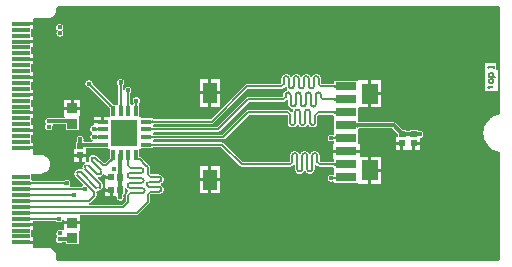
<source format=gtl>
G04*
G04 #@! TF.GenerationSoftware,Altium Limited,Altium Designer,21.1.0 (24)*
G04*
G04 Layer_Physical_Order=1*
G04 Layer_Color=255*
%FSLAX44Y44*%
%MOMM*%
G71*
G04*
G04 #@! TF.SameCoordinates,8E971300-D6CB-4BFE-A36B-9E0936113F83*
G04*
G04*
G04 #@! TF.FilePolarity,Positive*
G04*
G01*
G75*
%ADD12C,0.1500*%
%ADD13R,0.9000X0.8500*%
%ADD14R,1.4000X1.8000*%
%ADD15R,1.2000X1.8000*%
%ADD16R,1.8000X0.8000*%
%ADD17R,2.2300X2.2300*%
%ADD18R,0.9500X0.3500*%
%ADD19R,0.3500X0.9500*%
%ADD20R,0.5200X0.5600*%
%ADD21R,0.5600X0.5200*%
%ADD22R,1.5000X0.3500*%
%ADD30C,0.1717*%
%ADD31C,0.3000*%
%ADD32C,0.4000*%
G36*
X417961Y256531D02*
Y165879D01*
X415538Y165397D01*
X415353Y165320D01*
X415156Y165281D01*
X412620Y164231D01*
X412453Y164119D01*
X412268Y164042D01*
X409986Y162518D01*
X409844Y162376D01*
X409677Y162264D01*
X407736Y160323D01*
X407625Y160156D01*
X407482Y160014D01*
X405958Y157732D01*
X405881Y157547D01*
X405769Y157380D01*
X404719Y154844D01*
X404680Y154647D01*
X404603Y154462D01*
X404067Y151770D01*
Y151619D01*
X404031Y151472D01*
X403963Y150100D01*
X403978Y150000D01*
X403963Y149900D01*
X404031Y148528D01*
X404067Y148381D01*
Y148230D01*
X404603Y145538D01*
X404680Y145353D01*
X404719Y145156D01*
X405769Y142620D01*
X405881Y142453D01*
X405957Y142268D01*
X407482Y139986D01*
X407624Y139844D01*
X407736Y139677D01*
X409676Y137736D01*
X409843Y137624D01*
X409985Y137482D01*
X412267Y135958D01*
X412453Y135881D01*
X412620Y135769D01*
X415155Y134719D01*
X415352Y134680D01*
X415538Y134603D01*
X417961Y134121D01*
Y43345D01*
X416655Y42039D01*
X43345D01*
X42039Y43345D01*
Y45750D01*
X42019Y45849D01*
X42029Y45950D01*
X41933Y46925D01*
X41846Y47212D01*
X41788Y47506D01*
X41041Y49308D01*
X40599Y49970D01*
X39220Y51349D01*
X39220Y51349D01*
X38558Y51791D01*
X36756Y52538D01*
X36462Y52596D01*
X36175Y52683D01*
X35200Y52779D01*
X35099Y52769D01*
X35000Y52789D01*
X23636D01*
X22540Y53210D01*
X22540Y54059D01*
Y56230D01*
X12500D01*
Y58770D01*
X22540D01*
Y61790D01*
X21000D01*
Y68210D01*
X22540D01*
Y71230D01*
X12500D01*
Y73770D01*
X22540D01*
Y75605D01*
X41775D01*
X41883Y75589D01*
X41984Y75567D01*
X42071Y75541D01*
X42143Y75513D01*
X42203Y75483D01*
X42253Y75453D01*
X42296Y75420D01*
X42370Y75351D01*
X42439Y75310D01*
X42649Y75100D01*
X43333Y74705D01*
X44096Y74500D01*
X44886D01*
X45649Y74705D01*
X46333Y75100D01*
X46891Y75658D01*
X47286Y76342D01*
X47338Y76534D01*
X48608Y76367D01*
Y75363D01*
X62688D01*
Y80605D01*
X110500D01*
X111225Y80750D01*
X111840Y81160D01*
X121340Y90660D01*
X121750Y91275D01*
X121895Y92000D01*
Y97234D01*
X122091Y98281D01*
X123138Y98477D01*
X129258D01*
X129287Y98483D01*
X130298Y98616D01*
X131268Y99018D01*
X132101Y99657D01*
X132740Y100490D01*
X133142Y101460D01*
X133279Y102500D01*
X133142Y103541D01*
X132740Y104511D01*
X132101Y105344D01*
X131268Y105983D01*
X131058Y106070D01*
Y107444D01*
X131268Y107531D01*
X132101Y108170D01*
X132740Y109003D01*
X133142Y109973D01*
X133279Y111014D01*
X133142Y112055D01*
X132740Y113024D01*
X132101Y113857D01*
X131268Y114496D01*
X130298Y114898D01*
X129287Y115031D01*
X129258Y115037D01*
X123138D01*
X122091Y115234D01*
X121895Y116280D01*
Y121000D01*
X121750Y121725D01*
X121340Y122340D01*
X114269Y129410D01*
X113654Y129821D01*
X112929Y129965D01*
X112500D01*
Y136310D01*
X113690D01*
Y137500D01*
X124150D01*
Y138309D01*
X124178Y138317D01*
X124347Y138345D01*
X124462Y138355D01*
X181965D01*
X198160Y122160D01*
X198775Y121749D01*
X199500Y121605D01*
X239918D01*
X239948Y121611D01*
X240959Y121744D01*
X241929Y122146D01*
X242762Y122785D01*
X243139Y123276D01*
X244409Y122846D01*
Y119654D01*
X244415Y119625D01*
X244548Y118614D01*
X244949Y117644D01*
X245588Y116811D01*
X246421Y116172D01*
X247391Y115770D01*
X248432Y115633D01*
X249473Y115770D01*
X250442Y116172D01*
X251275Y116811D01*
X251914Y117644D01*
X252001Y117854D01*
X253376D01*
X253463Y117644D01*
X254102Y116811D01*
X254935Y116172D01*
X255905Y115770D01*
X256945Y115633D01*
X257986Y115770D01*
X258956Y116172D01*
X259789Y116811D01*
X260428Y117644D01*
X260829Y118614D01*
X260963Y119625D01*
X260968Y119654D01*
Y122846D01*
X262238Y123276D01*
X262615Y122785D01*
X263448Y122146D01*
X264418Y121744D01*
X265429Y121611D01*
X265459Y121605D01*
X276497D01*
X277750Y120461D01*
Y118770D01*
X277750Y118500D01*
Y117500D01*
X277750Y117230D01*
Y115289D01*
X277491Y115036D01*
X276480Y114610D01*
X276158Y114796D01*
X275395Y115000D01*
X274605D01*
X273842Y114796D01*
X273158Y114401D01*
X272599Y113842D01*
X272204Y113158D01*
X272000Y112395D01*
Y111605D01*
X272204Y110842D01*
X272599Y110158D01*
X273158Y109599D01*
X273842Y109205D01*
X274605Y109000D01*
X275395D01*
X276158Y109205D01*
X276480Y109390D01*
X277491Y108964D01*
X277750Y108711D01*
Y107500D01*
X297164Y107500D01*
X298210Y106960D01*
X298796Y106960D01*
X306480D01*
Y118500D01*
Y130040D01*
X299290D01*
Y133230D01*
X276210D01*
Y127960D01*
X277750D01*
Y125436D01*
X277742Y125434D01*
X277566Y125405D01*
X277446Y125395D01*
X266468D01*
X265422Y125591D01*
X265225Y126638D01*
Y130872D01*
X265219Y130901D01*
X265086Y131912D01*
X264684Y132882D01*
X264045Y133715D01*
X263213Y134354D01*
X262243Y134756D01*
X261202Y134893D01*
X260161Y134756D01*
X259191Y134354D01*
X258359Y133715D01*
X257720Y132882D01*
X257633Y132672D01*
X256258D01*
X256171Y132882D01*
X255532Y133715D01*
X254699Y134354D01*
X253729Y134756D01*
X252689Y134893D01*
X251648Y134756D01*
X250678Y134354D01*
X249845Y133715D01*
X249206Y132882D01*
X249119Y132672D01*
X247745D01*
X247658Y132882D01*
X247019Y133715D01*
X246186Y134354D01*
X245216Y134756D01*
X244175Y134893D01*
X243134Y134756D01*
X242164Y134354D01*
X241332Y133715D01*
X240693Y132882D01*
X240291Y131912D01*
X240158Y130901D01*
X240152Y130872D01*
Y126638D01*
X239955Y125591D01*
X238909Y125395D01*
X200285D01*
X184090Y141590D01*
X183475Y142001D01*
X182750Y142145D01*
X125066D01*
X124150Y143000D01*
Y143714D01*
X125066Y144855D01*
X183750D01*
X184475Y145000D01*
X185090Y145410D01*
X205285Y165605D01*
X237106D01*
X238152Y165409D01*
X238349Y164362D01*
Y158885D01*
X238355Y158855D01*
X238488Y157844D01*
X238890Y156874D01*
X239529Y156041D01*
X240361Y155402D01*
X241331Y155001D01*
X242372Y154864D01*
X243413Y155001D01*
X244382Y155402D01*
X245215Y156041D01*
X245854Y156874D01*
X245941Y157084D01*
X247316D01*
X247403Y156874D01*
X248042Y156041D01*
X248875Y155402D01*
X249845Y155001D01*
X250885Y154864D01*
X251926Y155001D01*
X252896Y155402D01*
X253729Y156041D01*
X254368Y156874D01*
X254455Y157084D01*
X255830D01*
X255917Y156874D01*
X256556Y156041D01*
X257388Y155402D01*
X258358Y155001D01*
X259399Y154864D01*
X260440Y155001D01*
X261409Y155402D01*
X262242Y156041D01*
X262881Y156874D01*
X263283Y157844D01*
X263416Y158855D01*
X263422Y158885D01*
Y164362D01*
X263619Y165409D01*
X264665Y165605D01*
X276497D01*
X277750Y164461D01*
Y162770D01*
X277750Y162500D01*
Y161500D01*
X277750Y161230D01*
Y151770D01*
X277750Y151500D01*
Y150500D01*
X277750Y150230D01*
Y149289D01*
X277491Y149036D01*
X276480Y148610D01*
X276158Y148795D01*
X275395Y149000D01*
X274605D01*
X273842Y148795D01*
X273158Y148401D01*
X272599Y147842D01*
X272204Y147158D01*
X272000Y146395D01*
Y145605D01*
X272204Y144842D01*
X272599Y144158D01*
X273158Y143599D01*
X273842Y143204D01*
X274605Y143000D01*
X275395D01*
X276158Y143204D01*
X276480Y143390D01*
X277491Y142964D01*
X277750Y142711D01*
Y141040D01*
X276210D01*
Y135770D01*
X299290D01*
Y141040D01*
X297750D01*
Y150230D01*
X297750Y150500D01*
Y151500D01*
X297750Y151770D01*
Y153550D01*
X297751Y153559D01*
X297759Y153581D01*
X297771Y153600D01*
X297818Y153643D01*
X297931Y153712D01*
X298126Y153792D01*
X298406Y153868D01*
X298768Y153928D01*
X299032Y153951D01*
X326794D01*
X330115Y150630D01*
X330639Y150065D01*
X331019Y149591D01*
X331313Y149168D01*
X331400Y149016D01*
Y146690D01*
X329860D01*
Y142620D01*
X335000D01*
Y141350D01*
X336270D01*
Y136010D01*
X340140D01*
Y136110D01*
X343730D01*
Y141450D01*
X345000D01*
Y142720D01*
X350140D01*
Y146000D01*
X350395D01*
X351158Y146205D01*
X351842Y146599D01*
X352401Y147158D01*
X352796Y147842D01*
X353000Y148605D01*
Y149395D01*
X352796Y150158D01*
X352401Y150842D01*
X351842Y151401D01*
X351158Y151796D01*
X350395Y152000D01*
X349605D01*
X348600Y152850D01*
Y152850D01*
X341400D01*
Y151904D01*
X341291Y151850D01*
X341080Y151780D01*
X340799Y151718D01*
X340118Y151649D01*
X339830D01*
X339603Y151667D01*
X339231Y151721D01*
X338941Y151790D01*
X338736Y151864D01*
X338619Y151927D01*
X338600Y151942D01*
Y152950D01*
X335334D01*
X335182Y153037D01*
X334771Y153323D01*
X333869Y154086D01*
X329652Y158302D01*
X328825Y158855D01*
X327850Y159049D01*
X299032D01*
X298768Y159072D01*
X298406Y159132D01*
X298126Y159208D01*
X297931Y159288D01*
X297818Y159357D01*
X297771Y159401D01*
X297759Y159419D01*
X297751Y159441D01*
X297750Y159450D01*
Y161230D01*
X297750Y161500D01*
Y162500D01*
X297750Y162770D01*
Y170881D01*
X298210Y171960D01*
X299020Y171960D01*
X306480D01*
Y183500D01*
Y195040D01*
X298796D01*
X298210Y195040D01*
X297164Y194500D01*
X296940Y194500D01*
X277750D01*
Y191436D01*
X277742Y191434D01*
X277566Y191405D01*
X277446Y191395D01*
X267780D01*
X266734Y191591D01*
X266537Y192638D01*
Y196080D01*
X266531Y196109D01*
X266398Y197120D01*
X265996Y198090D01*
X265357Y198923D01*
X264525Y199562D01*
X263555Y199964D01*
X262514Y200101D01*
X261473Y199964D01*
X260504Y199562D01*
X259671Y198923D01*
X259032Y198090D01*
X258945Y197880D01*
X257570D01*
X257483Y198090D01*
X256844Y198923D01*
X256011Y199562D01*
X255041Y199964D01*
X254001Y200101D01*
X252960Y199964D01*
X251990Y199562D01*
X251157Y198923D01*
X250518Y198090D01*
X250431Y197880D01*
X249057D01*
X248970Y198090D01*
X248330Y198923D01*
X247498Y199562D01*
X246528Y199964D01*
X245487Y200101D01*
X244447Y199964D01*
X243477Y199562D01*
X242644Y198923D01*
X242005Y198090D01*
X241918Y197880D01*
X240543D01*
X240456Y198090D01*
X239817Y198923D01*
X238984Y199562D01*
X238015Y199964D01*
X236974Y200101D01*
X235933Y199964D01*
X234963Y199562D01*
X234130Y198923D01*
X233491Y198090D01*
X233090Y197120D01*
X232957Y196109D01*
X232951Y196080D01*
Y192638D01*
X232754Y191591D01*
X231708Y191395D01*
X203500D01*
X202775Y191250D01*
X202160Y190840D01*
X172965Y161645D01*
X124462D01*
X124347Y161655D01*
X124178Y161683D01*
X124150Y161691D01*
Y162500D01*
X113690D01*
Y163690D01*
X112500D01*
Y174151D01*
X112500Y174151D01*
X112163Y175420D01*
X112401Y175658D01*
X112796Y176342D01*
X113000Y177105D01*
Y177895D01*
X112796Y178658D01*
X112401Y179342D01*
X111842Y179901D01*
X111158Y180296D01*
X110395Y180500D01*
X109605D01*
X108842Y180296D01*
X108158Y179901D01*
X107599Y179342D01*
X107205Y178658D01*
X107000Y177895D01*
Y177105D01*
X107205Y176342D01*
X107599Y175658D01*
X107837Y175420D01*
X107785Y175095D01*
X107000Y174151D01*
X106264D01*
X104994Y174788D01*
Y184195D01*
X105349Y184550D01*
X105744Y185234D01*
X105948Y185997D01*
Y186786D01*
X105744Y187549D01*
X105349Y188234D01*
X104791Y188792D01*
X104107Y189187D01*
X103343Y189392D01*
X102554D01*
X101791Y189187D01*
X101107Y188792D01*
X100548Y188234D01*
X100153Y187549D01*
X99949Y186786D01*
X98698Y186834D01*
Y190158D01*
X98715Y190265D01*
X98737Y190363D01*
X98762Y190446D01*
X98790Y190514D01*
X98819Y190570D01*
X98848Y190616D01*
X98879Y190656D01*
X98949Y190727D01*
X98996Y190800D01*
X99257Y191061D01*
X99653Y191745D01*
X99857Y192508D01*
Y193298D01*
X99653Y194061D01*
X99257Y194745D01*
X98699Y195304D01*
X98015Y195699D01*
X97252Y195903D01*
X96462D01*
X95699Y195699D01*
X95015Y195304D01*
X94456Y194745D01*
X94061Y194061D01*
X93857Y193298D01*
Y192508D01*
X94061Y191745D01*
X94456Y191061D01*
X94620Y190898D01*
X94653Y190840D01*
X94721Y190763D01*
X94754Y190717D01*
X94786Y190663D01*
X94816Y190599D01*
X94845Y190522D01*
X94871Y190432D01*
X94893Y190328D01*
X94909Y190220D01*
Y175023D01*
X94000Y174151D01*
X93000D01*
Y174151D01*
X90297D01*
X90145Y174258D01*
X89657Y174673D01*
X73169Y191161D01*
X73109Y191245D01*
X73063Y191322D01*
X73031Y191388D01*
X73010Y191442D01*
X72998Y191488D01*
X72993Y191526D01*
X72991Y191561D01*
X72993Y191578D01*
X73000Y191605D01*
Y192395D01*
X72796Y193158D01*
X72401Y193842D01*
X71842Y194401D01*
X71158Y194795D01*
X70395Y195000D01*
X69605D01*
X68842Y194795D01*
X68158Y194401D01*
X67599Y193842D01*
X67204Y193158D01*
X67000Y192395D01*
Y191605D01*
X67204Y190842D01*
X67599Y190158D01*
X68158Y189599D01*
X68842Y189204D01*
X69605Y189000D01*
X69651D01*
X69717Y188989D01*
X69781Y188974D01*
X69851Y188950D01*
X69928Y188917D01*
X70012Y188874D01*
X70103Y188820D01*
X70188Y188761D01*
X70314Y188657D01*
X86903Y172068D01*
X87183Y171767D01*
X87385Y171516D01*
X87500Y171353D01*
Y164040D01*
X82870D01*
Y159750D01*
X81600D01*
Y158480D01*
X74310D01*
Y156451D01*
X73562D01*
X72800Y156247D01*
X72116Y155852D01*
X71557Y155293D01*
X71162Y154609D01*
X70957Y153846D01*
Y153056D01*
X71162Y152293D01*
X71557Y151609D01*
X72116Y151051D01*
X72617Y150761D01*
X72630Y150729D01*
X72723Y150033D01*
X72642Y149383D01*
X72387Y149236D01*
X71829Y148677D01*
X71434Y147993D01*
X71229Y147230D01*
Y146440D01*
X71434Y145677D01*
X71829Y144993D01*
X72387Y144435D01*
X73071Y144040D01*
X72795Y142799D01*
X66123D01*
X65738Y143284D01*
X65356Y144069D01*
X65500Y144605D01*
Y145395D01*
X65296Y146158D01*
X64901Y146842D01*
X64342Y147401D01*
X63658Y147795D01*
X62895Y148000D01*
X62105D01*
X61342Y147795D01*
X60658Y147401D01*
X60099Y146842D01*
X59704Y146158D01*
X59500Y145395D01*
Y144605D01*
X59670Y143970D01*
X59607Y143685D01*
X58998Y142700D01*
X58900D01*
Y136440D01*
X57360D01*
Y132370D01*
X67640D01*
Y136440D01*
X67640D01*
X67662Y137701D01*
X75477D01*
X75753Y137696D01*
X75850Y137689D01*
Y137500D01*
X86310D01*
Y136310D01*
X87500D01*
Y128647D01*
X87393Y128495D01*
X86978Y128007D01*
X83877Y124906D01*
X83810Y124861D01*
X82196Y124868D01*
X82130Y124914D01*
X76779Y130362D01*
X76761Y130374D01*
X76752Y130386D01*
X75919Y131025D01*
X74949Y131427D01*
X73909Y131564D01*
X72868Y131427D01*
X72080Y131101D01*
X71898Y131025D01*
X71092Y130411D01*
X71077Y130401D01*
X71071Y130392D01*
X71065Y130386D01*
X70429Y129557D01*
X70426Y129553D01*
X70378Y129437D01*
X70024Y128584D01*
X69887Y127543D01*
X70024Y126502D01*
X70081Y126365D01*
X69314Y125197D01*
X68397Y125124D01*
X68270Y125231D01*
X67640Y126165D01*
Y129830D01*
X63770D01*
Y125760D01*
X66268D01*
X66520Y124490D01*
X66423Y124450D01*
X65658Y123863D01*
X65602Y123826D01*
X65595Y123814D01*
X65590Y123811D01*
X65549Y123757D01*
X65511Y123727D01*
X65466Y123649D01*
X64951Y122978D01*
X64550Y122008D01*
X64413Y120967D01*
X64526Y120106D01*
X64242Y119726D01*
X63468Y119220D01*
X62802Y119496D01*
X61761Y119633D01*
X60720Y119496D01*
X59932Y119169D01*
X59750Y119094D01*
X58944Y118479D01*
X58944Y118479D01*
X58930Y118470D01*
X58923Y118460D01*
X58918Y118455D01*
X58279Y117622D01*
X57877Y116652D01*
X57740Y115611D01*
X57877Y114571D01*
X58279Y113601D01*
X58843Y112866D01*
X58891Y112792D01*
X65012Y106560D01*
X65041Y106192D01*
X64720Y105045D01*
X64429Y104877D01*
X63935Y104383D01*
X54280D01*
X53754Y105653D01*
X53759Y105658D01*
X54154Y106342D01*
X54358Y107105D01*
Y107895D01*
X54154Y108658D01*
X53759Y109342D01*
X53200Y109901D01*
X52516Y110296D01*
X51753Y110500D01*
X50963D01*
X50200Y110296D01*
X49516Y109901D01*
X49306Y109691D01*
X49238Y109649D01*
X49163Y109580D01*
X49121Y109548D01*
X49071Y109517D01*
X49010Y109487D01*
X48938Y109459D01*
X48852Y109433D01*
X48750Y109411D01*
X48642Y109395D01*
X22253D01*
X21000Y110539D01*
X21000Y115250D01*
X22079Y115711D01*
X29000D01*
X29099Y115731D01*
X29200Y115721D01*
X30370Y115836D01*
X30657Y115923D01*
X30951Y115981D01*
X33114Y116877D01*
X33775Y117319D01*
X35431Y118975D01*
X35873Y119636D01*
X36769Y121799D01*
X36827Y122093D01*
X36914Y122380D01*
X37029Y123550D01*
X37010Y123750D01*
X37029Y123950D01*
X36914Y125120D01*
X36827Y125407D01*
X36769Y125701D01*
X35873Y127864D01*
X35431Y128525D01*
X33775Y130181D01*
X33114Y130623D01*
X30951Y131519D01*
X30657Y131577D01*
X30370Y131664D01*
X29200Y131779D01*
X29099Y131769D01*
X29000Y131789D01*
X22547D01*
X22540Y133210D01*
Y136230D01*
X12500D01*
Y138770D01*
X22540D01*
Y141790D01*
X21000D01*
Y148210D01*
X22540D01*
Y151230D01*
X12500D01*
Y153770D01*
X22540D01*
Y156790D01*
X21000D01*
Y163210D01*
X22540D01*
Y166230D01*
X12500D01*
Y168770D01*
X22540D01*
Y171790D01*
X21000D01*
Y178210D01*
X22540D01*
Y181230D01*
X12500D01*
Y183770D01*
X22540D01*
Y186790D01*
X21000D01*
Y193210D01*
X22540D01*
Y196230D01*
X12500D01*
Y198770D01*
X22540D01*
Y201790D01*
X21000D01*
Y208210D01*
X22540D01*
Y211230D01*
X12500D01*
Y213770D01*
X22540D01*
Y216790D01*
X21000D01*
Y223210D01*
X22540D01*
Y226230D01*
X12500D01*
Y228770D01*
X22540D01*
Y231790D01*
X21000D01*
Y238210D01*
X22540D01*
Y241230D01*
X12500D01*
Y243770D01*
X22540D01*
Y246790D01*
X23636Y247211D01*
X35000D01*
X35099Y247231D01*
X35200Y247221D01*
X36175Y247317D01*
X36462Y247404D01*
X36756Y247462D01*
X38558Y248209D01*
X38558Y248209D01*
X39220Y248651D01*
X39220Y248651D01*
X40599Y250030D01*
X40599Y250030D01*
X41041Y250692D01*
X41041Y250692D01*
X41788Y252494D01*
X41846Y252788D01*
X41933Y253074D01*
X42029Y254050D01*
X42019Y254151D01*
X42039Y254250D01*
Y256337D01*
X43402Y257836D01*
X416655D01*
X417961Y256531D01*
D02*
G37*
G36*
X98218Y191438D02*
X98112Y191329D01*
X98018Y191210D01*
X97935Y191080D01*
X97862Y190940D01*
X97801Y190788D01*
X97751Y190626D01*
X97712Y190454D01*
X97684Y190271D01*
X97667Y190077D01*
X97662Y189872D01*
X95945Y189923D01*
X95940Y190127D01*
X95924Y190322D01*
X95898Y190506D01*
X95861Y190680D01*
X95814Y190844D01*
X95756Y190998D01*
X95687Y191141D01*
X95609Y191275D01*
X95519Y191399D01*
X95419Y191513D01*
X98218Y191438D01*
D02*
G37*
G36*
X71970Y191583D02*
X71976Y191433D01*
X71998Y191283D01*
X72037Y191134D01*
X72093Y190984D01*
X72166Y190835D01*
X72256Y190685D01*
X72363Y190536D01*
X72487Y190386D01*
X72627Y190237D01*
X71245Y189191D01*
X71098Y189332D01*
X70803Y189575D01*
X70656Y189677D01*
X70508Y189765D01*
X70361Y189841D01*
X70214Y189904D01*
X70067Y189953D01*
X69920Y189990D01*
X69773Y190013D01*
X71982Y191733D01*
X71970Y191583D01*
D02*
G37*
G36*
X278811Y187783D02*
X278794Y187946D01*
X278741Y188092D01*
X278654Y188221D01*
X278531Y188333D01*
X278374Y188427D01*
X278182Y188504D01*
X277955Y188564D01*
X277693Y188607D01*
X277396Y188633D01*
X277064Y188642D01*
Y190358D01*
X277396Y190367D01*
X277693Y190393D01*
X277955Y190436D01*
X278182Y190496D01*
X278374Y190573D01*
X278531Y190667D01*
X278654Y190779D01*
X278741Y190908D01*
X278794Y191054D01*
X278811Y191217D01*
Y187783D01*
D02*
G37*
G36*
Y176783D02*
X278794Y176946D01*
X278741Y177092D01*
X278654Y177221D01*
X278531Y177333D01*
X278374Y177427D01*
X278182Y177504D01*
X277955Y177564D01*
X277693Y177607D01*
X277396Y177633D01*
X277064Y177642D01*
Y179358D01*
X277396Y179367D01*
X277693Y179393D01*
X277955Y179436D01*
X278182Y179496D01*
X278374Y179573D01*
X278531Y179667D01*
X278654Y179779D01*
X278741Y179908D01*
X278794Y180054D01*
X278811Y180217D01*
Y176783D01*
D02*
G37*
G36*
X97670Y174510D02*
X97694Y174219D01*
X97734Y173961D01*
X97791Y173738D01*
X97864Y173549D01*
X97953Y173395D01*
X98058Y173274D01*
X98179Y173189D01*
X98316Y173137D01*
X98469Y173120D01*
X95087Y173090D01*
X95250Y173108D01*
X95396Y173162D01*
X95525Y173250D01*
X95636Y173373D01*
X95730Y173530D01*
X95808Y173722D01*
X95868Y173949D01*
X95911Y174210D01*
X95936Y174506D01*
X95945Y174837D01*
X97662D01*
X97670Y174510D01*
D02*
G37*
G36*
X88885Y173991D02*
X89520Y173451D01*
X89800Y173253D01*
X90056Y173105D01*
X90286Y173005D01*
X90491Y172953D01*
X90672Y172950D01*
X90828Y172995D01*
X90958Y173090D01*
X88561Y170692D01*
X88655Y170823D01*
X88701Y170979D01*
X88698Y171159D01*
X88646Y171365D01*
X88546Y171595D01*
X88397Y171850D01*
X88200Y172130D01*
X87954Y172435D01*
X87317Y173120D01*
X88531Y174334D01*
X88885Y173991D01*
D02*
G37*
G36*
X238778Y177846D02*
Y174556D01*
X238784Y174526D01*
X238917Y173516D01*
X239319Y172546D01*
X239958Y171713D01*
X240791Y171074D01*
X241761Y170672D01*
X242178Y170617D01*
X242383Y170443D01*
X242917Y169463D01*
X242936Y169284D01*
X242745Y168822D01*
X242640Y168026D01*
X241959Y167752D01*
X241336Y167724D01*
X240959Y168215D01*
X240126Y168854D01*
X239156Y169256D01*
X238145Y169389D01*
X238115Y169395D01*
X204500D01*
X203775Y169251D01*
X203160Y168840D01*
X182965Y148645D01*
X125066D01*
X124150Y149500D01*
Y150214D01*
X125066Y151355D01*
X179250D01*
X179975Y151500D01*
X180590Y151910D01*
X205285Y176605D01*
X234288D01*
X234318Y176611D01*
X235329Y176744D01*
X236298Y177146D01*
X237131Y177785D01*
X237508Y178276D01*
X238778Y177846D01*
D02*
G37*
G36*
X278811Y165783D02*
X278794Y165946D01*
X278741Y166092D01*
X278654Y166221D01*
X278531Y166333D01*
X278374Y166427D01*
X278182Y166504D01*
X277955Y166564D01*
X277693Y166607D01*
X277396Y166633D01*
X277064Y166642D01*
Y168358D01*
X277396Y168367D01*
X277693Y168393D01*
X277955Y168436D01*
X278182Y168496D01*
X278374Y168573D01*
X278531Y168667D01*
X278654Y168779D01*
X278741Y168908D01*
X278794Y169054D01*
X278811Y169217D01*
Y165783D01*
D02*
G37*
G36*
X123137Y161304D02*
X123189Y161158D01*
X123274Y161029D01*
X123395Y160917D01*
X123549Y160823D01*
X123738Y160746D01*
X123961Y160686D01*
X124219Y160643D01*
X124510Y160617D01*
X124837Y160608D01*
Y158892D01*
X124510Y158883D01*
X124219Y158857D01*
X123961Y158814D01*
X123738Y158754D01*
X123549Y158677D01*
X123395Y158583D01*
X123274Y158471D01*
X123189Y158342D01*
X123137Y158196D01*
X123120Y158033D01*
Y161467D01*
X123137Y161304D01*
D02*
G37*
G36*
X236938Y189272D02*
X237329Y189088D01*
X237346Y188959D01*
X237748Y187990D01*
X238017Y187639D01*
X237535Y186299D01*
X237530Y186294D01*
X237504Y186291D01*
X236534Y185889D01*
X235701Y185250D01*
X235062Y184417D01*
X234660Y183447D01*
X234527Y182436D01*
X234521Y182407D01*
Y181638D01*
X234325Y180591D01*
X233279Y180395D01*
X204500D01*
X203775Y180250D01*
X203160Y179840D01*
X178465Y155145D01*
X125066D01*
X124150Y156000D01*
Y156714D01*
X125066Y157855D01*
X173750D01*
X174475Y157999D01*
X175090Y158410D01*
X204285Y187605D01*
X232717D01*
X232747Y187611D01*
X233758Y187744D01*
X234727Y188146D01*
X235560Y188785D01*
X236011Y189372D01*
X236938Y189272D01*
D02*
G37*
G36*
X76887Y154212D02*
X77008Y154209D01*
X76913Y152492D01*
X76903Y152492D01*
X76911Y151634D01*
X76892Y151797D01*
X76838Y151943D01*
X76750Y152072D01*
X76627Y152183D01*
X76470Y152278D01*
X76278Y152355D01*
X76113Y152399D01*
X75990Y152364D01*
X75835Y152308D01*
X75690Y152242D01*
X75555Y152165D01*
X75429Y152078D01*
X75314Y151981D01*
X75339Y152488D01*
X75163Y152492D01*
Y154209D01*
X75426Y154215D01*
X75454Y154777D01*
X75561Y154670D01*
X75678Y154573D01*
X75806Y154487D01*
X75945Y154414D01*
X76095Y154351D01*
X76203Y154317D01*
X76262Y154331D01*
X76451Y154399D01*
X76605Y154483D01*
X76726Y154582D01*
X76811Y154696D01*
X76863Y154825D01*
X76880Y154970D01*
X76887Y154212D01*
D02*
G37*
G36*
X296749Y159215D02*
X296840Y158960D01*
X296989Y158735D01*
X297199Y158540D01*
X297470Y158375D01*
X297799Y158240D01*
X298190Y158135D01*
X298640Y158060D01*
X299149Y158015D01*
X299720Y158000D01*
Y155000D01*
X299149Y154985D01*
X298640Y154940D01*
X298190Y154865D01*
X297799Y154760D01*
X297470Y154625D01*
X297199Y154460D01*
X296989Y154265D01*
X296840Y154040D01*
X296749Y153785D01*
X296719Y153500D01*
Y159500D01*
X296749Y159215D01*
D02*
G37*
G36*
X123137Y154804D02*
X123189Y154658D01*
X123274Y154529D01*
X123395Y154417D01*
X123549Y154323D01*
X123738Y154246D01*
X123961Y154186D01*
X124219Y154143D01*
X124510Y154117D01*
X124837Y154108D01*
Y152392D01*
X124510Y152383D01*
X124219Y152357D01*
X123961Y152314D01*
X123738Y152254D01*
X123549Y152177D01*
X123395Y152083D01*
X123274Y151971D01*
X123189Y151842D01*
X123137Y151696D01*
X123120Y151533D01*
Y154967D01*
X123137Y154804D01*
D02*
G37*
G36*
X76887Y147671D02*
X77051Y147656D01*
X77255Y147651D01*
X77215Y145934D01*
X77011Y145929D01*
X76903Y145920D01*
X76911Y145076D01*
X76892Y145239D01*
X76838Y145385D01*
X76750Y145514D01*
X76627Y145625D01*
X76470Y145720D01*
X76280Y145796D01*
X76141Y145744D01*
X75998Y145675D01*
X75864Y145596D01*
X75741Y145506D01*
X75627Y145405D01*
X75638Y145913D01*
X75494Y145926D01*
X75163Y145934D01*
Y147651D01*
X75490Y147659D01*
X75676Y147675D01*
X75687Y148204D01*
X75796Y148099D01*
X75916Y148005D01*
X76047Y147922D01*
X76188Y147850D01*
X76311Y147801D01*
X76451Y147856D01*
X76605Y147946D01*
X76726Y148052D01*
X76811Y148175D01*
X76863Y148314D01*
X76880Y148469D01*
X76887Y147671D01*
D02*
G37*
G36*
X333046Y153447D02*
X334149Y152514D01*
X334637Y152174D01*
X335082Y151919D01*
X335485Y151750D01*
X335846Y151665D01*
X336164D01*
X336440Y151750D01*
X336673Y151919D01*
X332430Y147677D01*
X332600Y147910D01*
X332685Y148186D01*
Y148504D01*
X332600Y148865D01*
X332430Y149268D01*
X332176Y149713D01*
X331837Y150201D01*
X331412Y150732D01*
X330309Y151919D01*
X332430Y154041D01*
X333046Y153447D01*
D02*
G37*
G36*
X278811Y144283D02*
X278794Y144446D01*
X278741Y144592D01*
X278654Y144721D01*
X278531Y144833D01*
X278374Y144927D01*
X278182Y145004D01*
X277955Y145064D01*
X277693Y145107D01*
X277585Y145117D01*
X277425Y145093D01*
X277251Y145055D01*
X277088Y145006D01*
X276936Y144947D01*
X276793Y144876D01*
X276661Y144795D01*
X276540Y144703D01*
X276428Y144600D01*
Y147400D01*
X276540Y147297D01*
X276661Y147205D01*
X276793Y147124D01*
X276936Y147053D01*
X277088Y146994D01*
X277251Y146945D01*
X277425Y146907D01*
X277585Y146883D01*
X277693Y146893D01*
X277955Y146936D01*
X278182Y146996D01*
X278374Y147073D01*
X278531Y147167D01*
X278654Y147279D01*
X278741Y147408D01*
X278794Y147554D01*
X278811Y147717D01*
Y144283D01*
D02*
G37*
G36*
X347563Y151258D02*
X347636Y151104D01*
X347758Y150969D01*
X347929Y150851D01*
X348148Y150751D01*
X348416Y150670D01*
X348733Y150606D01*
X349098Y150561D01*
X349512Y150534D01*
X349975Y150525D01*
Y147525D01*
X349512Y147516D01*
X348733Y147444D01*
X348416Y147380D01*
X348148Y147299D01*
X347929Y147199D01*
X347758Y147081D01*
X347636Y146945D01*
X347563Y146791D01*
X347539Y146620D01*
Y151431D01*
X347563Y151258D01*
D02*
G37*
G36*
X337599Y151669D02*
X337690Y151445D01*
X337840Y151247D01*
X338050Y151075D01*
X338320Y150930D01*
X338649Y150811D01*
X339039Y150719D01*
X339490Y150653D01*
X340000Y150613D01*
X340008Y150613D01*
X340961Y150710D01*
X341351Y150795D01*
X341680Y150905D01*
X341950Y151039D01*
X342160Y151198D01*
X342310Y151381D01*
X342401Y151588D01*
X342430Y151819D01*
Y146280D01*
X342401Y146531D01*
X342310Y146756D01*
X342160Y146953D01*
X341950Y147125D01*
X341680Y147270D01*
X341351Y147389D01*
X340961Y147481D01*
X340510Y147547D01*
X340000Y147587D01*
X339991Y147587D01*
X339039Y147490D01*
X338649Y147405D01*
X338320Y147295D01*
X338050Y147161D01*
X337840Y147002D01*
X337690Y146819D01*
X337599Y146612D01*
X337570Y146381D01*
Y151919D01*
X337599Y151669D01*
D02*
G37*
G36*
X123137Y148304D02*
X123189Y148158D01*
X123274Y148029D01*
X123395Y147917D01*
X123549Y147823D01*
X123738Y147746D01*
X123961Y147686D01*
X124219Y147643D01*
X124510Y147617D01*
X124837Y147608D01*
Y145892D01*
X124510Y145883D01*
X124219Y145857D01*
X123961Y145814D01*
X123738Y145754D01*
X123549Y145677D01*
X123395Y145583D01*
X123274Y145471D01*
X123189Y145342D01*
X123137Y145196D01*
X123120Y145033D01*
Y148467D01*
X123137Y148304D01*
D02*
G37*
G36*
X64011Y144100D02*
X64096Y143139D01*
X64171Y142750D01*
X64267Y142420D01*
X64385Y142150D01*
X64524Y141939D01*
X64685Y141790D01*
X64866Y141699D01*
X65069Y141670D01*
X59931D01*
X60134Y141699D01*
X60315Y141790D01*
X60476Y141939D01*
X60615Y142150D01*
X60733Y142420D01*
X60829Y142750D01*
X60904Y143139D01*
X60957Y143589D01*
X60989Y144100D01*
X61000Y144670D01*
X64000D01*
X64011Y144100D01*
D02*
G37*
G36*
X123137Y141804D02*
X123189Y141658D01*
X123274Y141529D01*
X123395Y141417D01*
X123549Y141323D01*
X123738Y141246D01*
X123961Y141186D01*
X124219Y141143D01*
X124510Y141117D01*
X124837Y141108D01*
Y139392D01*
X124510Y139383D01*
X124219Y139357D01*
X123961Y139314D01*
X123738Y139254D01*
X123549Y139177D01*
X123395Y139083D01*
X123274Y138971D01*
X123189Y138842D01*
X123137Y138696D01*
X123120Y138533D01*
Y141967D01*
X123137Y141804D01*
D02*
G37*
G36*
X76880Y138531D02*
X76850Y138572D01*
X76760Y138610D01*
X76610Y138642D01*
X76400Y138671D01*
X75800Y138715D01*
X73880Y138750D01*
Y141750D01*
X74450Y141752D01*
X76760Y141890D01*
X76850Y141928D01*
X76880Y141969D01*
Y138531D01*
D02*
G37*
G36*
X68070Y138750D02*
X67496Y138735D01*
X66982Y138690D01*
X66528Y138615D01*
X66135Y138510D01*
X65802Y138375D01*
X65529Y138210D01*
X65316Y138015D01*
X65164Y137790D01*
X65071Y137535D01*
X65039Y137250D01*
X65069Y141670D01*
X68070Y141750D01*
Y138750D01*
D02*
G37*
G36*
X90958Y126910D02*
X90828Y127005D01*
X90672Y127050D01*
X90491Y127047D01*
X90286Y126995D01*
X90056Y126895D01*
X89800Y126747D01*
X89520Y126549D01*
X89215Y126304D01*
X88531Y125666D01*
X87317Y126880D01*
X87660Y127235D01*
X88200Y127870D01*
X88397Y128150D01*
X88546Y128405D01*
X88646Y128635D01*
X88698Y128841D01*
X88701Y129021D01*
X88655Y129177D01*
X88561Y129308D01*
X90958Y126910D01*
D02*
G37*
G36*
X98384Y126850D02*
X98308Y126760D01*
X98241Y126610D01*
X98183Y126400D01*
X98134Y126130D01*
X98093Y125800D01*
X98040Y124960D01*
X98022Y123880D01*
X95022D01*
X95030Y126880D01*
X98469D01*
X98384Y126850D01*
D02*
G37*
G36*
X278811Y121783D02*
X278794Y121946D01*
X278741Y122092D01*
X278654Y122221D01*
X278531Y122333D01*
X278374Y122427D01*
X278182Y122504D01*
X277955Y122564D01*
X277693Y122607D01*
X277396Y122633D01*
X277064Y122642D01*
Y124358D01*
X277396Y124367D01*
X277693Y124393D01*
X277955Y124436D01*
X278182Y124496D01*
X278374Y124573D01*
X278531Y124667D01*
X278654Y124779D01*
X278741Y124908D01*
X278794Y125054D01*
X278811Y125217D01*
Y121783D01*
D02*
G37*
G36*
X98033Y117500D02*
X98125Y116539D01*
X98205Y116150D01*
X98309Y115820D01*
X98435Y115549D01*
X98584Y115339D01*
X98756Y115190D01*
X98951Y115099D01*
X99170Y115070D01*
X93631D01*
X93895Y115099D01*
X94131Y115190D01*
X94340Y115339D01*
X94521Y115549D01*
X94674Y115820D01*
X94799Y116150D01*
X94896Y116539D01*
X94966Y116989D01*
X95008Y117500D01*
X95022Y118069D01*
X98022D01*
X98033Y117500D01*
D02*
G37*
G36*
X83260Y114873D02*
Y113770D01*
X83928D01*
Y113900D01*
X84040Y113797D01*
X84075Y113770D01*
X85694D01*
X85704Y113779D01*
X85791Y113908D01*
X85843Y114054D01*
X85861Y114217D01*
Y113770D01*
X88600D01*
Y111230D01*
X85861D01*
Y110783D01*
X85843Y110946D01*
X85791Y111092D01*
X85704Y111221D01*
X85694Y111230D01*
X84075D01*
X84040Y111203D01*
X83928Y111100D01*
Y111230D01*
X83260D01*
Y108160D01*
X83260Y107360D01*
X83260Y107360D01*
X83353Y106929D01*
X83354D01*
Y103059D01*
X83971D01*
Y103064D01*
X83976Y103059D01*
X85876D01*
X85885Y103072D01*
X85937Y103218D01*
X85954Y103381D01*
Y103059D01*
X88693D01*
Y101789D01*
X89963D01*
Y96649D01*
X93084D01*
X93388Y96252D01*
Y95463D01*
X93592Y94699D01*
X93987Y94015D01*
X94546Y93457D01*
X95230Y93062D01*
X95993Y92858D01*
X96783D01*
X97546Y93062D01*
X98230Y93457D01*
X98788Y94015D01*
X99183Y94699D01*
X99388Y95463D01*
Y96252D01*
X99209Y96919D01*
X99215Y97068D01*
X99890Y98189D01*
X100093D01*
Y103400D01*
X101363Y103652D01*
X101392Y103583D01*
X102031Y102750D01*
X102864Y102111D01*
X103326Y101920D01*
X103368Y100562D01*
X102535Y99923D01*
X101896Y99091D01*
X101494Y98121D01*
X101361Y97110D01*
X101355Y97080D01*
Y92655D01*
X98095Y89395D01*
X70248D01*
X70122Y90665D01*
X70548Y90750D01*
X71163Y91160D01*
X75551Y95548D01*
X75568Y95574D01*
X76189Y96383D01*
X76590Y97353D01*
X76727Y98393D01*
X76590Y99434D01*
X76215Y100341D01*
X76463Y100899D01*
X76971Y101470D01*
X77771Y101365D01*
X78812Y101502D01*
X79603Y101830D01*
X79782Y101904D01*
X80588Y102518D01*
X80602Y102528D01*
X80609Y102537D01*
X80615Y102543D01*
X81251Y103372D01*
X81254Y103376D01*
X81301Y103491D01*
X81655Y104345D01*
X81792Y105386D01*
X81655Y106427D01*
X81254Y107397D01*
X80689Y108132D01*
X80641Y108205D01*
X77116Y111794D01*
X77757Y112954D01*
X78405Y112869D01*
X79446Y113006D01*
X80416Y113407D01*
X81028Y113877D01*
X81138Y113940D01*
X81180Y113994D01*
X81180Y113994D01*
X81237Y114031D01*
X81244Y114043D01*
X81249Y114046D01*
X81888Y114879D01*
X81990Y115126D01*
X83260Y114873D01*
D02*
G37*
G36*
X49930Y106100D02*
X49819Y106203D01*
X49697Y106295D01*
X49565Y106376D01*
X49423Y106447D01*
X49270Y106506D01*
X49107Y106555D01*
X48934Y106593D01*
X48750Y106620D01*
X48556Y106636D01*
X48352Y106642D01*
Y108358D01*
X48556Y108364D01*
X48750Y108380D01*
X48934Y108407D01*
X49107Y108445D01*
X49270Y108494D01*
X49423Y108553D01*
X49565Y108624D01*
X49697Y108705D01*
X49819Y108797D01*
X49930Y108900D01*
Y106100D01*
D02*
G37*
G36*
X19957Y109054D02*
X20009Y108908D01*
X20096Y108779D01*
X20219Y108667D01*
X20376Y108573D01*
X20568Y108496D01*
X20795Y108436D01*
X21057Y108393D01*
X21354Y108367D01*
X21686Y108358D01*
Y106642D01*
X21354Y106633D01*
X21057Y106607D01*
X20795Y106564D01*
X20568Y106504D01*
X20376Y106427D01*
X20219Y106333D01*
X20096Y106221D01*
X20009Y106092D01*
X19957Y105946D01*
X19939Y105783D01*
Y109217D01*
X19957Y109054D01*
D02*
G37*
G36*
X98951Y109901D02*
X98756Y109810D01*
X98584Y109661D01*
X98435Y109451D01*
X98309Y109180D01*
X98205Y108850D01*
X98125Y108461D01*
X98068Y108011D01*
X98033Y107500D01*
X98026Y107134D01*
X98032Y106788D01*
X98115Y105828D01*
X98188Y105438D01*
X98282Y105108D01*
X98397Y104838D01*
X98532Y104628D01*
X98688Y104478D01*
X98865Y104388D01*
X99063Y104358D01*
X93524D01*
X93808Y104388D01*
X94063Y104478D01*
X94288Y104628D01*
X94482Y104838D01*
X94647Y105108D01*
X94782Y105438D01*
X94887Y105828D01*
X94962Y106278D01*
X95007Y106788D01*
X95016Y107152D01*
X95008Y107500D01*
X94966Y108011D01*
X94896Y108461D01*
X94799Y108850D01*
X94674Y109180D01*
X94521Y109451D01*
X94340Y109661D01*
X94131Y109810D01*
X93895Y109901D01*
X93631Y109930D01*
X99170D01*
X98951Y109901D01*
D02*
G37*
G36*
X98831Y99189D02*
X98623Y99099D01*
X98440Y98949D01*
X98281Y98739D01*
X98146Y98469D01*
X98036Y98139D01*
X97951Y97749D01*
X97889Y97299D01*
X97853Y96789D01*
X97841Y96219D01*
X94841D01*
X94827Y96789D01*
X94788Y97299D01*
X94722Y97749D01*
X94630Y98139D01*
X94511Y98469D01*
X94367Y98739D01*
X94195Y98949D01*
X93998Y99099D01*
X93774Y99189D01*
X93524Y99219D01*
X99063D01*
X98831Y99189D01*
D02*
G37*
G36*
X19957Y89054D02*
X20009Y88908D01*
X20096Y88779D01*
X20219Y88667D01*
X20376Y88573D01*
X20568Y88496D01*
X20795Y88436D01*
X21057Y88393D01*
X21354Y88367D01*
X21686Y88358D01*
Y86642D01*
X21354Y86633D01*
X21057Y86607D01*
X20795Y86564D01*
X20568Y86504D01*
X20376Y86427D01*
X20219Y86333D01*
X20096Y86221D01*
X20009Y86092D01*
X19957Y85946D01*
X19939Y85783D01*
Y89217D01*
X19957Y89054D01*
D02*
G37*
G36*
Y84054D02*
X20009Y83908D01*
X20096Y83779D01*
X20219Y83667D01*
X20376Y83573D01*
X20568Y83496D01*
X20795Y83436D01*
X21057Y83393D01*
X21354Y83367D01*
X21686Y83358D01*
Y81642D01*
X21354Y81633D01*
X21057Y81607D01*
X20795Y81564D01*
X20568Y81504D01*
X20376Y81427D01*
X20219Y81333D01*
X20096Y81221D01*
X20009Y81092D01*
X19957Y80946D01*
X19939Y80783D01*
Y84217D01*
X19957Y84054D01*
D02*
G37*
G36*
X43062Y76100D02*
X42951Y76203D01*
X42829Y76295D01*
X42698Y76376D01*
X42555Y76447D01*
X42403Y76506D01*
X42239Y76555D01*
X42066Y76593D01*
X41883Y76620D01*
X41689Y76636D01*
X41484Y76642D01*
X41484Y78358D01*
X41688Y78364D01*
X41883Y78380D01*
X42066Y78407D01*
X42239Y78445D01*
X42402Y78494D01*
X42555Y78554D01*
X42697Y78624D01*
X42829Y78705D01*
X42951Y78797D01*
X43062Y78900D01*
X43062Y76100D01*
D02*
G37*
G36*
X19957Y79054D02*
X20009Y78908D01*
X20096Y78779D01*
X20219Y78667D01*
X20376Y78573D01*
X20568Y78496D01*
X20795Y78436D01*
X21057Y78393D01*
X21354Y78367D01*
X21686Y78358D01*
Y76642D01*
X21354Y76633D01*
X21057Y76607D01*
X20795Y76564D01*
X20568Y76504D01*
X20376Y76427D01*
X20219Y76333D01*
X20096Y76221D01*
X20009Y76092D01*
X19957Y75946D01*
X19939Y75783D01*
Y79217D01*
X19957Y79054D01*
D02*
G37*
%LPC*%
G36*
X45650Y242521D02*
X44860D01*
X44097Y242317D01*
X43413Y241922D01*
X42854Y241363D01*
X42460Y240679D01*
X42255Y239916D01*
Y239126D01*
X42460Y238363D01*
X42854Y237679D01*
X43413Y237121D01*
X43146Y236715D01*
X43026Y236595D01*
X42631Y235911D01*
X42427Y235148D01*
Y234358D01*
X42631Y233595D01*
X43026Y232911D01*
X43585Y232353D01*
X44269Y231957D01*
X45032Y231753D01*
X45822D01*
X46585Y231957D01*
X47269Y232353D01*
X47827Y232911D01*
X48222Y233595D01*
X48427Y234358D01*
Y235148D01*
X48222Y235911D01*
X47827Y236595D01*
X47269Y237154D01*
X47536Y237560D01*
X47656Y237679D01*
X48051Y238363D01*
X48255Y239126D01*
Y239916D01*
X48051Y240679D01*
X47656Y241363D01*
X47097Y241922D01*
X46413Y242317D01*
X45650Y242521D01*
D02*
G37*
G36*
X415000Y209666D02*
X405002D01*
Y203000D01*
X405169D01*
Y186000D01*
X416000D01*
Y203496D01*
X415000D01*
Y209666D01*
D02*
G37*
G36*
X180790Y195540D02*
X173520D01*
Y185270D01*
X180790D01*
Y195540D01*
D02*
G37*
G36*
X170980D02*
X163710D01*
Y185270D01*
X170980D01*
Y195540D01*
D02*
G37*
G36*
X309020Y195040D02*
Y184770D01*
X317290D01*
Y195040D01*
X309020D01*
D02*
G37*
G36*
X180790Y182730D02*
X173520D01*
Y172460D01*
X180790D01*
Y182730D01*
D02*
G37*
G36*
X170980D02*
X163710D01*
Y172460D01*
X170980D01*
Y182730D01*
D02*
G37*
G36*
X62688Y177865D02*
X56918D01*
Y172345D01*
X62688D01*
Y177865D01*
D02*
G37*
G36*
X54378D02*
X48608D01*
Y172345D01*
X54378D01*
Y177865D01*
D02*
G37*
G36*
X317290Y182230D02*
X309020D01*
Y171960D01*
X317290D01*
Y182230D01*
D02*
G37*
G36*
X62688Y169805D02*
X48608D01*
Y164285D01*
X48817D01*
X49646Y163117D01*
X49504Y162752D01*
X49126Y162415D01*
X37768D01*
X37768Y162415D01*
X37084Y162810D01*
X36321Y163015D01*
X35531D01*
X34768Y162810D01*
X34084Y162415D01*
X33526Y161857D01*
X33131Y161173D01*
X32926Y160410D01*
Y159620D01*
X33131Y158857D01*
X33526Y158173D01*
X34008Y157690D01*
X33526Y157208D01*
X33131Y156524D01*
X32926Y155761D01*
Y154971D01*
X33131Y154208D01*
X33526Y153524D01*
X34084Y152965D01*
X34768Y152570D01*
X35531Y152366D01*
X36321D01*
X37084Y152570D01*
X37768Y152965D01*
X38327Y153524D01*
X38722Y154208D01*
X38926Y154971D01*
Y155761D01*
X38849Y156047D01*
X39474Y157116D01*
X39730Y157317D01*
X50148D01*
Y152825D01*
X61148D01*
Y163015D01*
X61148Y163325D01*
X61896Y164285D01*
X62688D01*
Y169805D01*
D02*
G37*
G36*
X80330Y164040D02*
X74310D01*
Y161020D01*
X80330D01*
Y164040D01*
D02*
G37*
G36*
X350140Y140180D02*
X346270D01*
Y136110D01*
X350140D01*
Y140180D01*
D02*
G37*
G36*
X333730Y140080D02*
X329860D01*
Y136010D01*
X333730D01*
Y140080D01*
D02*
G37*
G36*
X61230Y129830D02*
X57360D01*
Y125760D01*
X61230D01*
Y129830D01*
D02*
G37*
G36*
X317290Y130040D02*
X309020D01*
Y119770D01*
X317290D01*
Y130040D01*
D02*
G37*
G36*
X180790Y122040D02*
X173520D01*
Y111770D01*
X180790D01*
Y122040D01*
D02*
G37*
G36*
X170980D02*
X163710D01*
Y111770D01*
X170980D01*
Y122040D01*
D02*
G37*
G36*
X317290Y117230D02*
X309020D01*
Y106960D01*
X317290D01*
Y117230D01*
D02*
G37*
G36*
X180790Y109230D02*
X173520D01*
Y98960D01*
X180790D01*
Y109230D01*
D02*
G37*
G36*
X170980D02*
X163710D01*
Y98960D01*
X170980D01*
Y109230D01*
D02*
G37*
G36*
X62688Y72823D02*
X48608D01*
Y67986D01*
X47338Y67460D01*
X47206Y67592D01*
X46522Y67987D01*
X45759Y68191D01*
X44969D01*
X44206Y67987D01*
X43522Y67592D01*
X42963Y67034D01*
X42568Y66350D01*
X42364Y65587D01*
Y64797D01*
X42568Y64034D01*
X42963Y63349D01*
X43246Y62468D01*
X42743Y61878D01*
X42708Y61844D01*
X42313Y61160D01*
X42109Y60397D01*
Y59607D01*
X42313Y58844D01*
X42708Y58160D01*
X43267Y57601D01*
X43951Y57206D01*
X44714Y57002D01*
X45504D01*
X46267Y57206D01*
X46951Y57601D01*
X46994Y57644D01*
X50148D01*
Y55843D01*
X61148D01*
Y66033D01*
X61148Y66343D01*
X61896Y67303D01*
X62688D01*
Y72823D01*
D02*
G37*
G36*
X87423Y100519D02*
X85954D01*
Y99947D01*
X85937Y100110D01*
X85885Y100256D01*
X85797Y100385D01*
X85675Y100497D01*
X85638Y100519D01*
X84301D01*
X84204Y100459D01*
X84082Y100367D01*
X83971Y100264D01*
Y100519D01*
X83354D01*
Y96649D01*
X87423D01*
Y100519D01*
D02*
G37*
%LPD*%
D12*
X407669Y189333D02*
X408502D01*
Y188500D01*
Y190166D01*
Y189333D01*
X411001D01*
X411834Y190166D01*
Y193498D02*
Y195165D01*
X411001Y195998D01*
X409335D01*
X408502Y195165D01*
Y193498D01*
X409335Y192665D01*
X411001D01*
X411834Y193498D01*
X413500Y197664D02*
X408502D01*
Y200163D01*
X409335Y200996D01*
X411001D01*
X411834Y200163D01*
Y197664D01*
X412500Y205500D02*
Y207166D01*
Y206333D01*
X407502D01*
X408335Y205500D01*
D13*
X55648Y74093D02*
D03*
Y61093D02*
D03*
Y171075D02*
D03*
Y158075D02*
D03*
D14*
X307750Y118500D02*
D03*
Y183500D02*
D03*
D15*
X172250Y110500D02*
D03*
Y184000D02*
D03*
D16*
X287750Y112500D02*
D03*
Y123500D02*
D03*
Y134500D02*
D03*
Y145500D02*
D03*
Y156500D02*
D03*
Y167500D02*
D03*
Y178500D02*
D03*
Y189500D02*
D03*
D17*
X100000Y150000D02*
D03*
D18*
X81600Y140250D02*
D03*
Y146750D02*
D03*
Y153250D02*
D03*
Y159750D02*
D03*
X118400D02*
D03*
Y153250D02*
D03*
Y146750D02*
D03*
Y140250D02*
D03*
D19*
X90250Y168400D02*
D03*
X96750D02*
D03*
X103250D02*
D03*
X109750D02*
D03*
Y131600D02*
D03*
X103250D02*
D03*
X96750D02*
D03*
X90250D02*
D03*
D20*
X335000Y141350D02*
D03*
Y149150D02*
D03*
X345000Y149050D02*
D03*
Y141450D02*
D03*
X62500Y131100D02*
D03*
Y138900D02*
D03*
D21*
X88600Y112500D02*
D03*
X96400D02*
D03*
X96293Y101789D02*
D03*
X88693D02*
D03*
D22*
X12500Y242500D02*
D03*
Y237500D02*
D03*
Y232500D02*
D03*
Y227500D02*
D03*
Y222500D02*
D03*
Y217500D02*
D03*
Y212500D02*
D03*
Y207500D02*
D03*
Y202500D02*
D03*
Y197500D02*
D03*
Y192500D02*
D03*
Y187500D02*
D03*
Y182500D02*
D03*
Y177500D02*
D03*
Y172500D02*
D03*
Y167500D02*
D03*
Y162500D02*
D03*
Y157500D02*
D03*
Y152500D02*
D03*
Y147500D02*
D03*
Y142500D02*
D03*
Y137500D02*
D03*
Y112500D02*
D03*
Y107500D02*
D03*
Y102500D02*
D03*
Y97500D02*
D03*
Y92500D02*
D03*
Y87500D02*
D03*
Y82500D02*
D03*
Y77500D02*
D03*
Y72500D02*
D03*
Y67500D02*
D03*
Y62500D02*
D03*
Y57500D02*
D03*
D30*
X81482Y122869D02*
G03*
X84506Y122856I1518J1491D01*
G01*
X75427Y129034D02*
G03*
X72417Y129061I-1518J-1491D01*
G01*
D02*
G03*
X72390Y126051I1491J-1518D01*
G01*
X79897Y115371D02*
G03*
X79924Y118381I-1491J1519D01*
G01*
X76887Y115398D02*
G03*
X79897Y115371I1518J1491D01*
G01*
X69952Y122459D02*
G03*
X66942Y122486I-1518J-1491D01*
G01*
X66942Y122486D02*
G03*
X66915Y119476I1491J-1518D01*
G01*
X79263Y103868D02*
G03*
X79290Y106877I-1491J1519D01*
G01*
X76253Y103895D02*
G03*
X79263Y103868I1518J1491D01*
G01*
X63280Y117103D02*
G03*
X60270Y117130I-1518J-1491D01*
G01*
Y117130D02*
G03*
X60243Y114120I1491J-1518D01*
G01*
X74211Y96888D02*
G03*
X74225Y99885I-1505J1505D01*
G01*
X120000Y115271D02*
G03*
X122128Y113142I2128J0D01*
G01*
X129258Y108885D02*
G03*
X129258Y113142I0J2128D01*
G01*
X121152Y108885D02*
G03*
X121152Y104629I0J-2128D01*
G01*
X129258Y100372D02*
G03*
X129258Y104629I0J2128D01*
G01*
X122128Y100372D02*
G03*
X120000Y98244I0J-2128D01*
G01*
X103250Y122620D02*
G03*
X105378Y120492I2128J0D01*
G01*
X113967Y116235D02*
G03*
X113967Y120492I0J2128D01*
G01*
X104874Y116235D02*
G03*
X104874Y111979I0J-2128D01*
G01*
X114190Y107722D02*
G03*
X114190Y111979I0J2128D01*
G01*
X104874Y107722D02*
G03*
X104874Y103465I0J-2128D01*
G01*
X115156Y99208D02*
G03*
X115156Y103465I0J2128D01*
G01*
X105378Y99208D02*
G03*
X103250Y97080I0J-2128D01*
G01*
X263330Y125628D02*
G03*
X265459Y123500I2128J0D01*
G01*
X263330Y130872D02*
G03*
X259074Y130872I-2128J0D01*
G01*
X254817Y119654D02*
G03*
X259074Y119654I2128J0D01*
G01*
X254817Y130872D02*
G03*
X250560Y130872I-2128J0D01*
G01*
X246304Y119654D02*
G03*
X250560Y119654I2128J0D01*
G01*
X246304Y130872D02*
G03*
X242047Y130872I-2128J0D01*
G01*
X239918Y123500D02*
G03*
X242047Y125628I0J2128D01*
G01*
X263656Y167500D02*
G03*
X261527Y165372I0J-2128D01*
G01*
X257271Y158885D02*
G03*
X261527Y158885I2128J0D01*
G01*
X257271Y167717D02*
G03*
X253014Y167717I-2128J0D01*
G01*
X248757Y158885D02*
G03*
X253014Y158885I2128J0D01*
G01*
X248757Y167782D02*
G03*
X244500Y167782I-2128J0D01*
G01*
X240244Y158885D02*
G03*
X244500Y158885I2128J0D01*
G01*
X240244Y165372D02*
G03*
X238115Y167500I-2128J0D01*
G01*
X266213Y180628D02*
G03*
X268342Y178500I2128J0D01*
G01*
X266213Y182407D02*
G03*
X261957Y182407I-2128J0D01*
G01*
X257700Y174556D02*
G03*
X261957Y174556I2128J0D01*
G01*
X257700Y182407D02*
G03*
X253443Y182407I-2128J0D01*
G01*
X249186Y174556D02*
G03*
X253443Y174556I2128J0D01*
G01*
X249186Y182407D02*
G03*
X244930Y182407I-2128J0D01*
G01*
X240673Y174556D02*
G03*
X244930Y174556I2128J0D01*
G01*
X240673Y182407D02*
G03*
X236416Y182407I-2128J0D01*
G01*
X234288Y178500D02*
G03*
X236416Y180628I0J2128D01*
G01*
X264643Y191628D02*
G03*
X266771Y189500I2128J0D01*
G01*
X264643Y196080D02*
G03*
X260386Y196080I-2128J0D01*
G01*
X256129Y190000D02*
G03*
X260386Y190000I2128J0D01*
G01*
X256129Y196080D02*
G03*
X251872Y196080I-2128J0D01*
G01*
X247616Y190000D02*
G03*
X251872Y190000I2128J0D01*
G01*
X247616Y196080D02*
G03*
X243359Y196080I-2128J0D01*
G01*
X239102Y190000D02*
G03*
X243359Y190000I2128J0D01*
G01*
X239102Y196080D02*
G03*
X234845Y196080I-2128J0D01*
G01*
X232717Y189500D02*
G03*
X234845Y191628I0J2128D01*
G01*
X66259Y102488D02*
X66271Y102476D01*
X62500Y131100D02*
X62582Y131018D01*
X12512Y102488D02*
X66259D01*
X12500Y102500D02*
X12512Y102488D01*
X62582Y123639D02*
Y131018D01*
X57501Y97430D02*
X57571Y97360D01*
X12500Y97500D02*
X12570Y97430D01*
X57501D01*
X84506Y122856D02*
X87253Y125602D01*
X75427Y129034D02*
X81482Y122869D01*
X72390Y126051D02*
X79924Y118381D01*
X79897Y115371D02*
X79897D01*
X79897Y115371D02*
X79897Y115371D01*
X69952Y122459D02*
X76887Y115398D01*
X66942Y122486D02*
Y122486D01*
X66942Y122486D01*
X66915Y119476D02*
X79290Y106877D01*
X79263Y103868D02*
X79263D01*
X63280Y117103D02*
X76253Y103895D01*
X60270Y117130D02*
Y117130D01*
X60243Y114120D02*
X74225Y99885D01*
X74225Y99885D02*
X74225Y99885D01*
X73591Y96268D02*
X74211Y96888D01*
X87253Y125602D02*
X90250Y128600D01*
X69823Y92500D02*
X73591Y96268D01*
X12500Y92500D02*
X69823D01*
X117814Y123186D02*
X120000Y121000D01*
Y115271D02*
Y121000D01*
X122128Y113142D02*
X129258D01*
X121152Y108885D02*
X129258D01*
X121152Y104629D02*
X129258D01*
X122128Y100372D02*
X129258D01*
X120000Y92000D02*
Y98244D01*
X119000Y91000D02*
X120000Y92000D01*
X112929Y128071D02*
X117814Y123186D01*
X110500Y82500D02*
X119000Y91000D01*
X103250Y122620D02*
Y125850D01*
X105378Y120492D02*
X113967D01*
X104874Y116235D02*
X113967D01*
X104874Y111979D02*
X114190D01*
X104874Y107722D02*
X114190D01*
X104874Y103465D02*
X115156D01*
X105378Y99208D02*
X115156D01*
X103250Y91965D02*
Y97080D01*
Y91870D02*
Y91965D01*
X98880Y87500D02*
X103250Y91870D01*
Y125850D02*
Y131600D01*
X287250Y112000D02*
X287750Y112500D01*
X275000Y112000D02*
X287250D01*
X44491Y77500D02*
X44491Y77500D01*
X12500Y77500D02*
X44491D01*
X12500Y82500D02*
X110500D01*
X199500Y123500D02*
X239060D01*
X265459D02*
X272000D01*
X263330Y125628D02*
Y130872D01*
X259074Y119654D02*
Y130872D01*
X254817Y119654D02*
Y130872D01*
X250560Y119654D02*
Y130872D01*
X246304Y119654D02*
Y130872D01*
X242047Y125628D02*
Y130872D01*
X239060Y123500D02*
X239918D01*
X272000D02*
X287750D01*
X263656Y167500D02*
X271000D01*
X261527Y158885D02*
Y165372D01*
X257271Y158885D02*
Y167717D01*
X253014Y158885D02*
Y167717D01*
X248757Y158885D02*
Y167782D01*
X244500Y158885D02*
Y167782D01*
X240244Y158885D02*
Y165372D01*
X233000Y167500D02*
X238115D01*
X271000D02*
X287750D01*
X204500D02*
X233000D01*
X268342Y178500D02*
X272000D01*
X266213Y180628D02*
Y182407D01*
X261957Y174556D02*
Y182407D01*
X257700Y174556D02*
Y182407D01*
X253443Y174556D02*
Y182407D01*
X249186Y174556D02*
Y182407D01*
X244930Y174556D02*
Y182407D01*
X240673Y174556D02*
Y182407D01*
X236416Y180628D02*
Y182407D01*
X233429Y178500D02*
X234288D01*
X272000D02*
X287750D01*
X204500D02*
X233429D01*
X266771Y189500D02*
X273000D01*
X264643Y191628D02*
Y196080D01*
X260386Y190000D02*
Y196080D01*
X256129Y190000D02*
Y196080D01*
X251872Y190000D02*
Y196080D01*
X247616Y190000D02*
Y196080D01*
X243359Y190000D02*
Y196080D01*
X239102Y190000D02*
Y196080D01*
X234845Y191628D02*
Y196080D01*
X231859Y189500D02*
X232717D01*
X273000D02*
X287750D01*
X203500D02*
X231859D01*
X173750Y159750D02*
X203500Y189500D01*
X275000Y146000D02*
X287250D01*
X287750Y145500D01*
X118400Y159750D02*
X173750D01*
X118400Y153250D02*
X179250D01*
X118400Y146750D02*
X183750D01*
X204500Y167500D01*
X179250Y153250D02*
X204500Y178500D01*
X118400Y140250D02*
X182750D01*
X199500Y123500D01*
X109750Y128962D02*
X110642Y128071D01*
X112929D01*
X109750Y128962D02*
Y131600D01*
X73958Y153451D02*
X74058Y153350D01*
X81499D02*
X81600Y153250D01*
X74058Y153350D02*
X81499D01*
X70000Y191651D02*
X90250Y171401D01*
Y168400D02*
Y171401D01*
X70000Y191651D02*
Y192000D01*
X103099Y168551D02*
Y186241D01*
X96750Y168400D02*
X96804Y168454D01*
Y192850D01*
X96857Y192903D01*
X103099Y168551D02*
X103250Y168400D01*
X102949Y186392D02*
X103099Y186241D01*
X95000Y87500D02*
X98880D01*
X70000D02*
X95000D01*
X12500D02*
X70000D01*
X12500Y77500D02*
X12500Y77500D01*
X109875Y168526D02*
Y177375D01*
X110000Y177500D01*
X109750Y168400D02*
X109875Y168526D01*
X81557Y146793D02*
X81600Y146750D01*
X74272Y146793D02*
X81557D01*
X74229Y146835D02*
X74272Y146793D01*
X82543Y101664D02*
X88568D01*
X88693Y101789D01*
X82500Y112500D02*
X88600D01*
X90250Y128600D02*
Y131600D01*
X51358Y107500D02*
Y108118D01*
X12500Y107500D02*
X51358D01*
X287750Y148000D02*
X287760Y147990D01*
D31*
X45109Y60002D02*
X45300Y60193D01*
X54748D02*
X55648Y61093D01*
X45300Y60193D02*
X54748D01*
X36075Y159866D02*
X53857D01*
X35926Y160015D02*
X36075Y159866D01*
X53857D02*
X55648Y158075D01*
X62500Y140250D02*
Y145000D01*
X90350Y159650D02*
X100000Y150000D01*
X81600Y159750D02*
X81699Y159650D01*
X345025Y149025D02*
X349975D01*
X345000Y149050D02*
X345025Y149025D01*
X349975D02*
X350000Y149000D01*
X335050Y149100D02*
X344950D01*
X335000Y149150D02*
X335050Y149100D01*
X344950D02*
X345000Y149050D01*
X327850Y156500D02*
X335000Y149350D01*
X287750Y156500D02*
X327850D01*
X335000Y149150D02*
Y149350D01*
X62500Y140250D02*
X81600D01*
X62500Y138900D02*
Y140250D01*
X96522Y102017D02*
Y131371D01*
X96341Y95905D02*
Y101742D01*
Y95905D02*
X96388Y95857D01*
X96293Y101789D02*
X96341Y101742D01*
X96522Y131371D02*
X96750Y131600D01*
X96293Y101789D02*
X96522Y102017D01*
D32*
X391000Y220000D02*
D03*
X241000D02*
D03*
X166000Y170000D02*
D03*
X116000Y70000D02*
D03*
X391000Y120000D02*
D03*
X316000Y170000D02*
D03*
X191000Y220000D02*
D03*
X91000Y120000D02*
D03*
X41000Y220000D02*
D03*
X316000Y70000D02*
D03*
X116000Y170000D02*
D03*
X366000D02*
D03*
X191000Y120000D02*
D03*
X366000Y70000D02*
D03*
X91000Y220000D02*
D03*
X141000Y120000D02*
D03*
X166000Y70000D02*
D03*
X291000Y220000D02*
D03*
X141000D02*
D03*
X266000Y70000D02*
D03*
X341000Y220000D02*
D03*
Y120000D02*
D03*
X216000Y70000D02*
D03*
X62582Y123639D02*
D03*
X66271Y102476D02*
D03*
X62500Y145000D02*
D03*
X57571Y97360D02*
D03*
X45427Y234753D02*
D03*
X45255Y239521D02*
D03*
X45109Y60002D02*
D03*
X35926Y160015D02*
D03*
Y155366D02*
D03*
X44491Y77500D02*
D03*
X45364Y65191D02*
D03*
X99790Y141306D02*
D03*
X100122Y158509D02*
D03*
X350000Y149000D02*
D03*
X275000Y146000D02*
D03*
Y112000D02*
D03*
X73958Y153451D02*
D03*
X70000Y192000D02*
D03*
X96857Y192903D02*
D03*
X102949Y186392D02*
D03*
X110000Y177500D02*
D03*
X74229Y146835D02*
D03*
X96388Y95857D02*
D03*
X82543Y101664D02*
D03*
X82500Y112500D02*
D03*
X51358Y107500D02*
D03*
M02*

</source>
